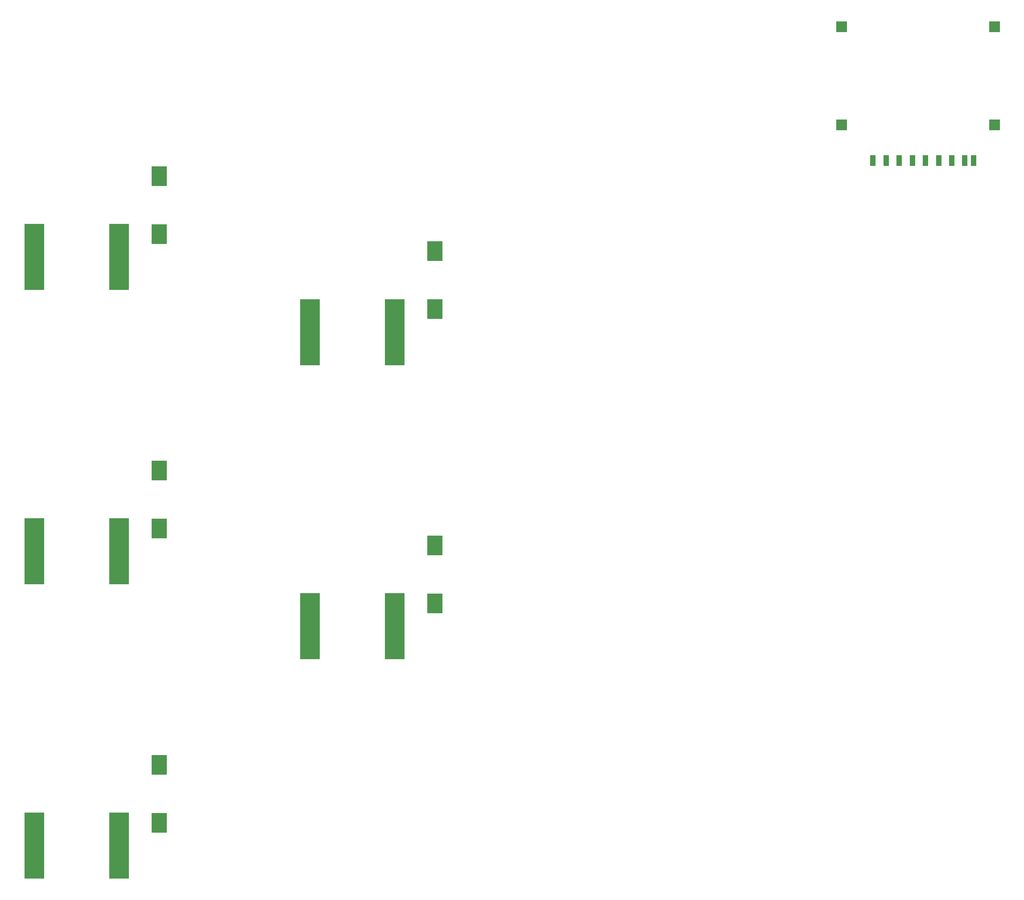
<source format=gbr>
G04 #@! TF.GenerationSoftware,KiCad,Pcbnew,(5.1.2)-1*
G04 #@! TF.CreationDate,2019-07-25T15:37:26-07:00*
G04 #@! TF.ProjectId,retroii,72657472-6f69-4692-9e6b-696361645f70,rev?*
G04 #@! TF.SameCoordinates,Original*
G04 #@! TF.FileFunction,Paste,Top*
G04 #@! TF.FilePolarity,Positive*
%FSLAX46Y46*%
G04 Gerber Fmt 4.6, Leading zero omitted, Abs format (unit mm)*
G04 Created by KiCad (PCBNEW (5.1.2)-1) date 2019-07-25 15:37:26*
%MOMM*%
%LPD*%
G04 APERTURE LIST*
%ADD10R,2.000000X2.000000*%
%ADD11R,1.100000X2.000000*%
%ADD12R,3.850000X12.500000*%
%ADD13R,3.000000X3.700000*%
G04 APERTURE END LIST*
D10*
X295405000Y-114030000D03*
X295405000Y-132680000D03*
X266405000Y-114030000D03*
X266405000Y-132680000D03*
D11*
X289755000Y-139430000D03*
X291455000Y-139430000D03*
X287330000Y-139430000D03*
X284830000Y-139430000D03*
X282330000Y-139430000D03*
X279830000Y-139430000D03*
X277330000Y-139430000D03*
X274830000Y-139430000D03*
X272330000Y-139430000D03*
D12*
X129220000Y-157730000D03*
X113170000Y-157730000D03*
X181530000Y-227850000D03*
X165480000Y-227850000D03*
X113170000Y-213605000D03*
X129220000Y-213605000D03*
D13*
X136870000Y-142380000D03*
X136870000Y-153380000D03*
X189180000Y-223500000D03*
X189180000Y-212500000D03*
X136870000Y-209255000D03*
X136870000Y-198255000D03*
D12*
X165480000Y-171980000D03*
X181530000Y-171980000D03*
X129220000Y-269480000D03*
X113170000Y-269480000D03*
D13*
X189180000Y-156630000D03*
X189180000Y-167630000D03*
X136870000Y-254130000D03*
X136870000Y-265130000D03*
M02*

</source>
